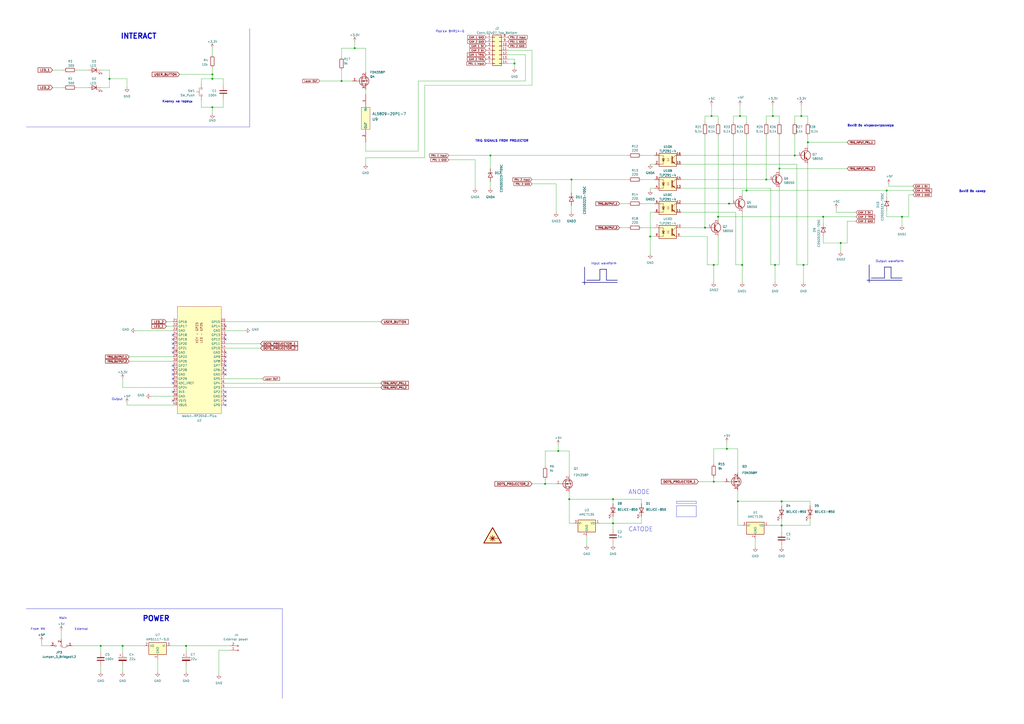
<source format=kicad_sch>
(kicad_sch (version 20230121) (generator eeschema)
  (paper "A2")
  (junction (at 487.68 140.97))
  (junction (at 298.45 36.83))
  (junction (at 355.6 303.53))
  (junction (at 123.19 43.18))
  (junction (at 427.99 290.83))
  (junction (at 323.85 261.62))
  (junction (at 412.75 67.31))
  (junction (at 107.95 374.65))
  (junction (at 414.02 153.67))
  (junction (at 198.12 46.99))
  (junction (at 461.01 90.17))
  (junction (at 123.19 45.72))
  (junction (at 123.19 62.23))
  (junction (at 468.63 82.55))
  (junction (at 477.52 125.73))
  (junction (at 58.42 374.65))
  (junction (at 416.56 125.73))
  (junction (at 523.24 125.73))
  (junction (at 330.2 289.56))
  (junction (at 466.09 153.67))
  (junction (at 452.12 97.79))
  (junction (at 414.02 279.4))
  (junction (at 433.07 110.49))
  (junction (at 355.6 289.56))
  (junction (at 284.48 90.17))
  (junction (at 453.39 304.8))
  (junction (at 444.5 104.14))
  (junction (at 316.23 280.67))
  (junction (at 377.19 137.16))
  (junction (at 464.82 67.31))
  (junction (at 205.74 27.94))
  (junction (at 430.53 153.67))
  (junction (at 448.31 67.31))
  (junction (at 63.5 45.72))
  (junction (at 453.39 290.83))
  (junction (at 331.47 104.14))
  (junction (at 71.12 374.65))
  (junction (at 421.64 260.35))
  (junction (at 514.35 110.49))
  (junction (at 422.91 118.11))
  (junction (at 449.58 153.67))
  (junction (at 429.26 67.31))
  (junction (at 408.94 132.08))
  (no_connect (at 100.33 194.31))
  (no_connect (at 130.81 232.41))
  (no_connect (at 100.33 199.39))
  (no_connect (at 100.33 227.33))
  (no_connect (at 130.81 194.31))
  (no_connect (at 130.81 204.47))
  (no_connect (at 100.33 214.63))
  (no_connect (at 100.33 201.93))
  (no_connect (at 130.81 227.33))
  (no_connect (at 100.33 196.85))
  (no_connect (at 100.33 222.25))
  (no_connect (at 130.81 189.23))
  (no_connect (at 100.33 204.47))
  (no_connect (at 130.81 229.87))
  (no_connect (at 130.81 234.95))
  (no_connect (at 130.81 212.09))
  (no_connect (at 130.81 196.85))
  (no_connect (at 100.33 217.17))
  (no_connect (at 130.81 209.55))
  (no_connect (at 130.81 207.01))
  (no_connect (at 100.33 212.09))
  (no_connect (at 130.81 214.63))
  (no_connect (at 100.33 219.71))
  (no_connect (at 100.33 232.41))
  (no_connect (at 130.81 217.17))
  (wire (pts (xy 123.19 62.23) (xy 116.84 62.23)))
  (wire (pts (xy 284.48 105.41) (xy 284.48 109.22)))
  (wire (pts (xy 129.54 62.23) (xy 123.19 62.23)))
  (wire (pts (xy 107.95 386.08) (xy 107.95 389.89)))
  (polyline (pts (xy 15.24 73.66) (xy 144.78 73.66)))
  (wire (pts (xy 433.07 67.31) (xy 433.07 71.12)))
  (wire (pts (xy 453.39 304.8) (xy 453.39 308.61)))
  (wire (pts (xy 464.82 67.31) (xy 468.63 67.31)))
  (wire (pts (xy 304.8 31.75) (xy 304.8 46.99)))
  (wire (pts (xy 242.57 46.99) (xy 304.8 46.99)))
  (wire (pts (xy 514.35 121.92) (xy 514.35 125.73)))
  (wire (pts (xy 127 377.19) (xy 127 391.16)))
  (wire (pts (xy 453.39 304.8) (xy 453.39 300.99)))
  (polyline (pts (xy 392.43 293.37) (xy 403.86 293.37)))
  (wire (pts (xy 449.58 153.67) (xy 452.12 153.67)))
  (wire (pts (xy 448.31 67.31) (xy 452.12 67.31)))
  (wire (pts (xy 308.61 104.14) (xy 331.47 104.14)))
  (wire (pts (xy 408.94 71.12) (xy 408.94 67.31)))
  (wire (pts (xy 74.93 209.55) (xy 100.33 209.55)))
  (wire (pts (xy 444.5 71.12) (xy 444.5 67.31)))
  (wire (pts (xy 123.19 45.72) (xy 116.84 45.72)))
  (wire (pts (xy 294.64 36.83) (xy 298.45 36.83)))
  (wire (pts (xy 429.26 60.96) (xy 429.26 67.31)))
  (wire (pts (xy 73.66 234.95) (xy 73.66 233.68)))
  (wire (pts (xy 461.01 78.74) (xy 461.01 90.17)))
  (wire (pts (xy 323.85 261.62) (xy 330.2 261.62)))
  (wire (pts (xy 74.93 207.01) (xy 100.33 207.01)))
  (bus (pts (xy 351.79 162.56) (xy 358.14 162.56)))
  (wire (pts (xy 212.09 27.94) (xy 212.09 41.91)))
  (wire (pts (xy 35.56 365.76) (xy 35.56 370.84)))
  (wire (pts (xy 284.48 90.17) (xy 364.49 90.17)))
  (wire (pts (xy 100.33 224.79) (xy 71.12 224.79)))
  (wire (pts (xy 452.12 78.74) (xy 452.12 97.79)))
  (bus (pts (xy 516.89 161.29) (xy 523.24 161.29)))
  (wire (pts (xy 205.74 24.13) (xy 205.74 27.94)))
  (wire (pts (xy 100.33 234.95) (xy 73.66 234.95)))
  (wire (pts (xy 58.42 374.65) (xy 58.42 378.46)))
  (bus (pts (xy 505.46 161.29) (xy 513.08 161.29)))
  (wire (pts (xy 466.09 153.67) (xy 468.63 153.67)))
  (wire (pts (xy 308.61 280.67) (xy 316.23 280.67)))
  (wire (pts (xy 198.12 33.02) (xy 198.12 27.94)))
  (wire (pts (xy 416.56 125.73) (xy 477.52 125.73)))
  (polyline (pts (xy 392.43 292.1) (xy 392.43 290.83)))
  (polyline (pts (xy 392.43 299.72) (xy 403.86 299.72)))
  (wire (pts (xy 308.61 29.21) (xy 308.61 49.53)))
  (wire (pts (xy 152.4 219.71) (xy 130.81 219.71)))
  (wire (pts (xy 355.6 289.56) (xy 372.11 289.56)))
  (wire (pts (xy 298.45 34.29) (xy 298.45 36.83)))
  (wire (pts (xy 466.09 153.67) (xy 466.09 163.83)))
  (wire (pts (xy 491.49 128.27) (xy 496.57 128.27)))
  (wire (pts (xy 151.13 201.93) (xy 130.81 201.93)))
  (wire (pts (xy 372.11 118.11) (xy 379.73 118.11)))
  (wire (pts (xy 453.39 293.37) (xy 453.39 290.83)))
  (wire (pts (xy 394.97 137.16) (xy 410.21 137.16)))
  (wire (pts (xy 359.41 132.08) (xy 364.49 132.08)))
  (wire (pts (xy 410.21 153.67) (xy 414.02 153.67)))
  (wire (pts (xy 246.38 91.44) (xy 246.38 49.53)))
  (wire (pts (xy 514.35 110.49) (xy 514.35 114.3)))
  (wire (pts (xy 298.45 36.83) (xy 298.45 39.37)))
  (wire (pts (xy 41.91 374.65) (xy 58.42 374.65)))
  (wire (pts (xy 430.53 153.67) (xy 430.53 163.83)))
  (wire (pts (xy 73.66 45.72) (xy 73.66 50.8)))
  (wire (pts (xy 304.8 31.75) (xy 294.64 31.75)))
  (wire (pts (xy 107.95 374.65) (xy 133.35 374.65)))
  (polyline (pts (xy 403.86 290.83) (xy 403.86 292.1)))
  (wire (pts (xy 71.12 386.08) (xy 71.12 389.89)))
  (wire (pts (xy 71.12 374.65) (xy 71.12 378.46)))
  (wire (pts (xy 514.35 110.49) (xy 529.59 110.49)))
  (wire (pts (xy 63.5 50.8) (xy 58.42 50.8)))
  (polyline (pts (xy 144.78 16.51) (xy 144.78 73.66)))
  (wire (pts (xy 477.52 140.97) (xy 487.68 140.97)))
  (wire (pts (xy 331.47 104.14) (xy 331.47 111.76)))
  (bus (pts (xy 339.09 154.94) (xy 339.09 165.1)))
  (wire (pts (xy 529.59 113.03) (xy 527.05 113.03)))
  (wire (pts (xy 408.94 132.08) (xy 394.97 132.08)))
  (wire (pts (xy 444.5 78.74) (xy 444.5 104.14)))
  (bus (pts (xy 347.98 156.21) (xy 351.79 156.21)))
  (wire (pts (xy 427.99 304.8) (xy 430.53 304.8)))
  (wire (pts (xy 242.57 87.63) (xy 242.57 46.99)))
  (wire (pts (xy 430.53 153.67) (xy 426.72 153.67)))
  (wire (pts (xy 322.58 106.68) (xy 322.58 123.19)))
  (wire (pts (xy 246.38 49.53) (xy 308.61 49.53)))
  (wire (pts (xy 394.97 90.17) (xy 461.01 90.17)))
  (wire (pts (xy 130.81 222.25) (xy 220.98 222.25)))
  (wire (pts (xy 50.8 40.64) (xy 44.45 40.64)))
  (wire (pts (xy 50.8 50.8) (xy 44.45 50.8)))
  (wire (pts (xy 377.19 109.22) (xy 379.73 109.22)))
  (wire (pts (xy 212.09 54.61) (xy 212.09 52.07)))
  (wire (pts (xy 477.52 125.73) (xy 496.57 125.73)))
  (wire (pts (xy 426.72 123.19) (xy 426.72 153.67)))
  (wire (pts (xy 453.39 317.5) (xy 453.39 316.23)))
  (wire (pts (xy 355.6 303.53) (xy 372.11 303.53)))
  (wire (pts (xy 36.83 50.8) (xy 30.48 50.8)))
  (wire (pts (xy 372.11 303.53) (xy 372.11 299.72)))
  (wire (pts (xy 123.19 27.94) (xy 123.19 31.75)))
  (wire (pts (xy 58.42 374.65) (xy 71.12 374.65)))
  (wire (pts (xy 427.99 260.35) (xy 427.99 274.32)))
  (wire (pts (xy 220.98 224.79) (xy 130.81 224.79)))
  (wire (pts (xy 294.64 34.29) (xy 298.45 34.29)))
  (wire (pts (xy 433.07 110.49) (xy 514.35 110.49)))
  (wire (pts (xy 448.31 60.96) (xy 448.31 67.31)))
  (wire (pts (xy 447.04 153.67) (xy 449.58 153.67)))
  (wire (pts (xy 469.9 290.83) (xy 469.9 293.37)))
  (wire (pts (xy 123.19 43.18) (xy 123.19 45.72)))
  (wire (pts (xy 523.24 125.73) (xy 527.05 125.73)))
  (wire (pts (xy 469.9 304.8) (xy 469.9 300.99)))
  (wire (pts (xy 331.47 104.14) (xy 364.49 104.14)))
  (wire (pts (xy 73.66 45.72) (xy 63.5 45.72)))
  (wire (pts (xy 405.13 279.4) (xy 414.02 279.4)))
  (wire (pts (xy 477.52 125.73) (xy 477.52 129.54)))
  (wire (pts (xy 100.33 191.77) (xy 78.74 191.77)))
  (wire (pts (xy 96.52 189.23) (xy 100.33 189.23)))
  (bus (pts (xy 340.36 162.56) (xy 347.98 162.56)))
  (wire (pts (xy 355.6 303.53) (xy 355.6 307.34)))
  (wire (pts (xy 477.52 137.16) (xy 477.52 140.97)))
  (wire (pts (xy 100.33 229.87) (xy 87.63 229.87)))
  (wire (pts (xy 485.14 120.65) (xy 485.14 123.19)))
  (wire (pts (xy 355.6 316.23) (xy 355.6 314.96)))
  (wire (pts (xy 412.75 60.96) (xy 412.75 67.31)))
  (wire (pts (xy 372.11 90.17) (xy 379.73 90.17)))
  (wire (pts (xy 142.24 191.77) (xy 130.81 191.77)))
  (wire (pts (xy 414.02 153.67) (xy 416.56 153.67)))
  (wire (pts (xy 416.56 125.73) (xy 416.56 127)))
  (wire (pts (xy 322.58 106.68) (xy 308.61 106.68)))
  (wire (pts (xy 430.53 110.49) (xy 433.07 110.49)))
  (wire (pts (xy 129.54 45.72) (xy 123.19 45.72)))
  (wire (pts (xy 414.02 269.24) (xy 414.02 260.35)))
  (wire (pts (xy 331.47 119.38) (xy 331.47 123.19)))
  (wire (pts (xy 421.64 256.54) (xy 421.64 260.35)))
  (wire (pts (xy 220.98 186.69) (xy 130.81 186.69)))
  (wire (pts (xy 462.28 153.67) (xy 466.09 153.67)))
  (bus (pts (xy 502.92 162.56) (xy 523.24 162.56)))
  (wire (pts (xy 377.19 137.16) (xy 377.19 147.32)))
  (wire (pts (xy 468.63 82.55) (xy 468.63 85.09)))
  (wire (pts (xy 330.2 285.75) (xy 330.2 289.56)))
  (wire (pts (xy 468.63 82.55) (xy 491.49 82.55)))
  (bus (pts (xy 513.08 154.94) (xy 516.89 154.94)))
  (bus (pts (xy 351.79 156.21) (xy 351.79 162.56)))
  (wire (pts (xy 330.2 261.62) (xy 330.2 275.59)))
  (wire (pts (xy 133.35 377.19) (xy 127 377.19)))
  (wire (pts (xy 433.07 78.74) (xy 433.07 110.49)))
  (wire (pts (xy 408.94 78.74) (xy 408.94 132.08)))
  (wire (pts (xy 427.99 290.83) (xy 427.99 304.8)))
  (wire (pts (xy 294.64 29.21) (xy 308.61 29.21)))
  (wire (pts (xy 462.28 95.25) (xy 462.28 153.67)))
  (wire (pts (xy 420.37 279.4) (xy 414.02 279.4)))
  (wire (pts (xy 416.56 137.16) (xy 416.56 153.67)))
  (wire (pts (xy 198.12 46.99) (xy 198.12 40.64)))
  (wire (pts (xy 453.39 290.83) (xy 469.9 290.83)))
  (wire (pts (xy 377.19 123.19) (xy 377.19 137.16)))
  (wire (pts (xy 322.58 280.67) (xy 316.23 280.67)))
  (wire (pts (xy 58.42 386.08) (xy 58.42 389.89)))
  (wire (pts (xy 330.2 289.56) (xy 330.2 303.53)))
  (wire (pts (xy 63.5 50.8) (xy 63.5 45.72)))
  (wire (pts (xy 394.97 123.19) (xy 426.72 123.19)))
  (wire (pts (xy 63.5 45.72) (xy 63.5 40.64)))
  (wire (pts (xy 96.52 186.69) (xy 100.33 186.69)))
  (wire (pts (xy 123.19 62.23) (xy 123.19 66.04)))
  (wire (pts (xy 379.73 95.25) (xy 377.19 95.25)))
  (wire (pts (xy 452.12 67.31) (xy 452.12 71.12)))
  (wire (pts (xy 107.95 374.65) (xy 107.95 378.46)))
  (wire (pts (xy 260.35 90.17) (xy 284.48 90.17)))
  (wire (pts (xy 429.26 67.31) (xy 433.07 67.31)))
  (wire (pts (xy 425.45 78.74) (xy 425.45 118.11)))
  (wire (pts (xy 355.6 292.1) (xy 355.6 289.56)))
  (wire (pts (xy 212.09 91.44) (xy 246.38 91.44)))
  (wire (pts (xy 394.97 95.25) (xy 462.28 95.25)))
  (wire (pts (xy 414.02 279.4) (xy 414.02 276.86)))
  (wire (pts (xy 123.19 39.37) (xy 123.19 43.18)))
  (wire (pts (xy 514.35 125.73) (xy 523.24 125.73)))
  (wire (pts (xy 394.97 109.22) (xy 447.04 109.22)))
  (wire (pts (xy 212.09 87.63) (xy 242.57 87.63)))
  (wire (pts (xy 372.11 289.56) (xy 372.11 292.1)))
  (wire (pts (xy 438.15 317.5) (xy 438.15 312.42)))
  (wire (pts (xy 468.63 78.74) (xy 468.63 82.55)))
  (bus (pts (xy 513.08 161.29) (xy 513.08 154.94)))
  (wire (pts (xy 316.23 280.67) (xy 316.23 278.13)))
  (wire (pts (xy 347.98 303.53) (xy 355.6 303.53)))
  (wire (pts (xy 151.13 199.39) (xy 130.81 199.39)))
  (wire (pts (xy 36.83 40.64) (xy 30.48 40.64)))
  (wire (pts (xy 421.64 260.35) (xy 427.99 260.35)))
  (polyline (pts (xy 15.24 353.06) (xy 163.83 353.06)))
  (wire (pts (xy 416.56 78.74) (xy 416.56 125.73)))
  (wire (pts (xy 129.54 49.53) (xy 129.54 45.72)))
  (wire (pts (xy 447.04 109.22) (xy 447.04 153.67)))
  (wire (pts (xy 461.01 71.12) (xy 461.01 67.31)))
  (wire (pts (xy 453.39 304.8) (xy 469.9 304.8)))
  (wire (pts (xy 425.45 71.12) (xy 425.45 67.31)))
  (wire (pts (xy 377.19 109.22) (xy 377.19 110.49)))
  (polyline (pts (xy 392.43 290.83) (xy 403.86 290.83)))
  (bus (pts (xy 516.89 154.94) (xy 516.89 161.29)))
  (wire (pts (xy 71.12 224.79) (xy 71.12 219.71)))
  (wire (pts (xy 185.42 46.99) (xy 198.12 46.99)))
  (wire (pts (xy 414.02 153.67) (xy 414.02 163.83)))
  (wire (pts (xy 408.94 67.31) (xy 412.75 67.31)))
  (polyline (pts (xy 392.43 293.37) (xy 392.43 299.72)))
  (wire (pts (xy 198.12 27.94) (xy 205.74 27.94)))
  (wire (pts (xy 412.75 67.31) (xy 416.56 67.31)))
  (polyline (pts (xy 163.83 353.06) (xy 163.83 405.13)))
  (wire (pts (xy 24.13 374.65) (xy 29.21 374.65)))
  (wire (pts (xy 116.84 62.23) (xy 116.84 58.42)))
  (wire (pts (xy 487.68 140.97) (xy 487.68 146.05)))
  (wire (pts (xy 449.58 153.67) (xy 449.58 163.83)))
  (wire (pts (xy 487.68 140.97) (xy 491.49 140.97)))
  (wire (pts (xy 410.21 137.16) (xy 410.21 153.67)))
  (wire (pts (xy 372.11 132.08) (xy 379.73 132.08)))
  (wire (pts (xy 24.13 372.11) (xy 24.13 374.65)))
  (polyline (pts (xy 392.43 292.1) (xy 403.86 292.1)))
  (wire (pts (xy 491.49 128.27) (xy 491.49 140.97)))
  (wire (pts (xy 377.19 123.19) (xy 379.73 123.19)))
  (wire (pts (xy 416.56 67.31) (xy 416.56 71.12)))
  (wire (pts (xy 205.74 27.94) (xy 212.09 27.94)))
  (wire (pts (xy 425.45 67.31) (xy 429.26 67.31)))
  (wire (pts (xy 330.2 303.53) (xy 332.74 303.53)))
  (bus (pts (xy 347.98 162.56) (xy 347.98 156.21)))
  (wire (pts (xy 99.06 374.65) (xy 107.95 374.65)))
  (wire (pts (xy 212.09 82.55) (xy 212.09 87.63)))
  (wire (pts (xy 91.44 389.89) (xy 91.44 382.27)))
  (wire (pts (xy 340.36 316.23) (xy 340.36 311.15)))
  (wire (pts (xy 204.47 46.99) (xy 198.12 46.99)))
  (wire (pts (xy 523.24 125.73) (xy 523.24 130.81)))
  (wire (pts (xy 414.02 260.35) (xy 421.64 260.35)))
  (wire (pts (xy 527.05 113.03) (xy 527.05 125.73)))
  (wire (pts (xy 461.01 67.31) (xy 464.82 67.31)))
  (wire (pts (xy 316.23 261.62) (xy 323.85 261.62)))
  (wire (pts (xy 63.5 40.64) (xy 58.42 40.64)))
  (wire (pts (xy 355.6 289.56) (xy 330.2 289.56)))
  (wire (pts (xy 468.63 67.31) (xy 468.63 71.12)))
  (wire (pts (xy 116.84 45.72) (xy 116.84 48.26)))
  (wire (pts (xy 445.77 304.8) (xy 453.39 304.8)))
  (wire (pts (xy 468.63 153.67) (xy 468.63 95.25)))
  (wire (pts (xy 359.41 118.11) (xy 364.49 118.11)))
  (wire (pts (xy 452.12 153.67) (xy 452.12 109.22)))
  (wire (pts (xy 212.09 91.44) (xy 212.09 95.25)))
  (wire (pts (xy 464.82 60.96) (xy 464.82 67.31)))
  (wire (pts (xy 284.48 90.17) (xy 284.48 97.79)))
  (wire (pts (xy 123.19 43.18) (xy 104.14 43.18)))
  (wire (pts (xy 71.12 374.65) (xy 83.82 374.65)))
  (wire (pts (xy 377.19 137.16) (xy 379.73 137.16)))
  (wire (pts (xy 452.12 97.79) (xy 491.49 97.79)))
  (wire (pts (xy 275.59 92.71) (xy 275.59 109.22)))
  (wire (pts (xy 394.97 104.14) (xy 444.5 104.14)))
  (wire (pts (xy 394.97 118.11) (xy 422.91 118.11)))
  (wire (pts (xy 444.5 67.31) (xy 448.31 67.31)))
  (wire (pts (xy 452.12 97.79) (xy 452.12 99.06)))
  (wire (pts (xy 275.59 92.71) (xy 260.35 92.71)))
  (wire (pts (xy 323.85 257.81) (xy 323.85 261.62)))
  (wire (pts (xy 427.99 284.48) (xy 427.99 290.83)))
  (bus (pts (xy 504.19 153.67) (xy 504.19 163.83)))
  (wire (pts (xy 430.53 110.49) (xy 430.53 113.03)))
  (wire (pts (xy 515.62 107.95) (xy 529.59 107.95)))
  (wire (pts (xy 422.91 118.11) (xy 425.45 118.11)))
  (polyline (pts (xy 403.86 299.72) (xy 403.86 293.37)))
  (wire (pts (xy 372.11 104.14) (xy 379.73 104.14)))
  (wire (pts (xy 430.53 123.19) (xy 430.53 153.67)))
  (wire (pts (xy 129.54 57.15) (xy 129.54 62.23)))
  (wire (pts (xy 485.14 123.19) (xy 496.57 123.19)))
  (wire (pts (xy 453.39 290.83) (xy 427.99 290.83)))
  (wire (pts (xy 316.23 270.51) (xy 316.23 261.62)))
  (wire (pts (xy 355.6 303.53) (xy 355.6 299.72)))
  (wire (pts (xy 515.62 106.68) (xy 515.62 107.95)))
  (bus (pts (xy 337.82 163.83) (xy 358.14 163.83)))
  (text "Output waveform" (at 508 152.4 0) (effects (font (size 1.27 1.27)) (justify left bottom)))
  (text "Input waveform" (at 342.9 153.67 0) (effects (font (size 1.27 1.27)) (justify left bottom)))
  (text "External" (at 43.18 365.76 0) (effects (font (size 1.27 1.27)) (justify left bottom)))
  (text "Output" (at 64.77 232.41 0) (effects (font (size 1.27 1.27)) (justify left bottom)))
  (text "Вихід до камер" (at 556.26 111.76 0) (effects (font (size 1.27 1.27) (thickness 0.254) bold) (justify left bottom)))
  (text "\n" (at 350.52 283.21 0) (effects (font (size 4 4) (thickness 0.254) bold) (justify left bottom)))
  (text "TRIG SIGNALS FROM PROJECTOR" (at 275.59 82.55 0) (effects (font (size 1.27 1.27) (thickness 0.254) bold) (justify left bottom)))
  (text "POWER" (at 82.55 360.68 0) (effects (font (size 3 3) (thickness 0.6) bold) (justify left bottom)))
  (text "INTERACT" (at 69.85 22.86 0) (effects (font (size 3 3) (thickness 0.6) bold) (justify left bottom)))
  (text "ANODE" (at 364.49 287.02 0) (effects (font (size 2.54 2.54)) (justify left bottom)))
  (text "Кнопку на торець" (at 111.76 59.69 0) (effects (font (size 1.27 1.27) (thickness 0.254) bold) (justify right bottom)))
  (text "Роз'єм BHR14-G" (at 252.73 19.05 0) (effects (font (size 1.27 1.27)) (justify left bottom)))
  (text "From MK" (at 17.78 365.76 0) (effects (font (size 1.27 1.27)) (justify left bottom)))
  (text "Вихід до мікроконтроллера" (at 491.49 73.66 0) (effects (font (size 1.27 1.27) (thickness 0.254) bold) (justify left bottom)))
  (text "CATODE" (at 364.49 308.61 0) (effects (font (size 2.54 2.54)) (justify left bottom)))
  (text "Main" (at 34.29 359.41 0) (effects (font (size 1.27 1.27)) (justify left bottom)))
  (global_label "CAM 2 5V" (shape input) (at 281.94 29.21 180) (effects (font (size 1 1) (thickness 0.2) bold)) (property "Intersheetrefs" "${INTERSHEET_REFS}" (effects hide)))
  (global_label "PRJ 2 GND" (shape input) (at 294.64 26.67 0) (effects (font (size 1 1) (thickness 0.2) bold)) (property "Intersheetrefs" "${INTERSHEET_REFS}" (effects hide)))
  (global_label "DOTS_PROJECTOR_2" (shape input) (at 308.61 280.67 180) (effects (font (thickness 0.254) bold)) (property "Intersheetrefs" "${INTERSHEET_REFS}" (effects hide)))
  (global_label "CAM 1 5V" (shape input) (at 281.94 26.67 180) (effects (font (size 1 1) (thickness 0.2) bold)) (property "Intersheetrefs" "${INTERSHEET_REFS}" (effects hide)))
  (global_label "CAM 1 GND" (shape input) (at 529.59 113.03 0) (effects (font (size 1 1) (thickness 0.2) bold)) (property "Intersheetrefs" "${INTERSHEET_REFS}" (effects hide)))
  (global_label "CAM 2 TRIG" (shape input) (at 496.57 125.73 0) (effects (font (size 1 1) (thickness 0.2) bold)) (property "Intersheetrefs" "${INTERSHEET_REFS}" (effects hide)))
  (global_label "CAM 1 TRIG" (shape input) (at 281.94 31.75 180) (effects (font (size 1 1) (thickness 0.2) bold)) (property "Intersheetrefs" "${INTERSHEET_REFS}" (effects hide)))
  (global_label "TRIG_OUTPUT_1" (shape input) (at 359.41 118.11 180) (effects (font (size 1 1) (thickness 0.254) bold)) (property "Intersheetrefs" "${INTERSHEET_REFS}" (effects hide)))
  (global_label "Lazer OUT" (shape input) (at 185.42 46.99 180) (effects (font (size 1 1) (thickness 0.2) bold)) (property "Intersheetrefs" "${INTERSHEET_REFS}" (effects hide)))
  (global_label "PRJ 1 GND" (shape input) (at 294.64 24.13 0) (effects (font (size 1 1) (thickness 0.2) bold)) (property "Intersheetrefs" "${INTERSHEET_REFS}" (effects hide)))
  (global_label "DOTS_PROJECTOR_1" (shape input) (at 405.13 279.4 180) (effects (font (thickness 0.254) bold)) (property "Intersheetrefs" "${INTERSHEET_REFS}" (effects hide)))
  (global_label "PRJ 2 Input" (shape input) (at 294.64 21.59 0) (effects (font (size 1 1) (thickness 0.2) bold)) (property "Intersheetrefs" "${INTERSHEET_REFS}" (effects hide)))
  (global_label "CAM 1 GND" (shape input) (at 281.94 21.59 180) (effects (font (size 1 1) (thickness 0.2) bold)) (property "Intersheetrefs" "${INTERSHEET_REFS}" (effects hide)))
  (global_label "CAM 2 5V" (shape input) (at 496.57 123.19 0) (effects (font (size 1 1) (thickness 0.2) bold)) (property "Intersheetrefs" "${INTERSHEET_REFS}" (effects hide)))
  (global_label "PRJ 1 Input" (shape input) (at 281.94 36.83 180) (effects (font (size 1 1) (thickness 0.2) bold)) (property "Intersheetrefs" "${INTERSHEET_REFS}" (effects hide)))
  (global_label "Lazer OUT" (shape input) (at 152.4 219.71 0) (effects (font (size 1 1) (thickness 0.2) bold)) (property "Intersheetrefs" "${INTERSHEET_REFS}" (effects hide)))
  (global_label "CAM 1 5V" (shape input) (at 529.59 107.95 0) (effects (font (size 1 1) (thickness 0.2) bold)) (property "Intersheetrefs" "${INTERSHEET_REFS}" (effects hide)))
  (global_label "TRIG_INPUT_PRJ_2" (shape input) (at 220.98 224.79 0) (effects (font (size 1 1) (thickness 0.254) bold)) (property "Intersheetrefs" "${INTERSHEET_REFS}" (effects hide)))
  (global_label "TRIG_INPUT_PRJ_1" (shape input) (at 491.49 82.55 0) (effects (font (size 1 1) (thickness 0.254) bold)) (property "Intersheetrefs" "${INTERSHEET_REFS}" (effects hide)))
  (global_label "LED_1" (shape input) (at 30.48 40.64 180) (effects (font (thickness 0.254) bold)) (property "Intersheetrefs" "${INTERSHEET_REFS}" (effects hide)))
  (global_label "TRIG_INPUT_PRJ_2" (shape input) (at 491.49 97.79 0) (effects (font (size 1 1) (thickness 0.254) bold)) (property "Intersheetrefs" "${INTERSHEET_REFS}" (effects hide)))
  (global_label "PRJ 1 Input" (shape input) (at 260.35 90.17 180) (effects (font (size 1 1) (thickness 0.2) bold)) (property "Intersheetrefs" "${INTERSHEET_REFS}" (effects hide)))
  (global_label "PRJ 2 Input" (shape input) (at 308.61 104.14 180) (effects (font (size 1 1) (thickness 0.2) bold)) (property "Intersheetrefs" "${INTERSHEET_REFS}" (effects hide)))
  (global_label "DOTS_PROJECTOR_2" (shape input) (at 151.13 201.93 0) (effects (font (thickness 0.254) bold)) (property "Intersheetrefs" "${INTERSHEET_REFS}" (effects hide)))
  (global_label "TRIG_OUTPUT_1" (shape input) (at 74.93 207.01 180) (effects (font (size 1 1) (thickness 0.254) bold)) (property "Intersheetrefs" "${INTERSHEET_REFS}" (effects hide)))
  (global_label "TRIG_INPUT_PRJ_1" (shape input) (at 220.98 222.25 0) (effects (font (size 1 1) (thickness 0.254) bold)) (property "Intersheetrefs" "${INTERSHEET_REFS}" (effects hide)))
  (global_label "TRIG_OUTPUT_2" (shape input) (at 359.41 132.08 180) (effects (font (size 1 1) (thickness 0.254) bold)) (property "Intersheetrefs" "${INTERSHEET_REFS}" (effects hide)))
  (global_label "TRIG_OUTPUT_2" (shape input) (at 74.93 209.55 180) (effects (font (size 1 1) (thickness 0.254) bold)) (property "Intersheetrefs" "${INTERSHEET_REFS}" (effects hide)))
  (global_label "CAM 2 TRIG" (shape input) (at 281.94 34.29 180) (effects (font (size 1 1) (thickness 0.2) bold)) (property "Intersheetrefs" "${INTERSHEET_REFS}" (effects hide)))
  (global_label "DOTS_PROJECTOR_1" (shape input) (at 151.13 199.39 0) (effects (font (thickness 0.254) bold)) (property "Intersheetrefs" "${INTERSHEET_REFS}" (effects hide)))
  (global_label "CAM 2 GND" (shape input) (at 281.94 24.13 180) (effects (font (size 1 1) (thickness 0.2) bold)) (property "Intersheetrefs" "${INTERSHEET_REFS}" (effects hide)))
  (global_label "CAM 1 TRIG" (shape input) (at 529.59 110.49 0) (effects (font (size 1 1) (thickness 0.2) bold)) (property "Intersheetrefs" "${INTERSHEET_REFS}" (effects hide)))
  (global_label "USER_BUTTON" (shape input) (at 104.14 43.18 180) (effects (font (thickness 0.254) bold)) (property "Intersheetrefs" "${INTERSHEET_REFS}" (effects hide)))
  (global_label "USER_BUTTON" (shape input) (at 220.98 186.69 0) (effects (font (thickness 0.254) bold)) (property "Intersheetrefs" "${INTERSHEET_REFS}" (effects hide)))
  (global_label "PRJ 2 GND" (shape input) (at 308.61 106.68 180) (effects (font (size 1 1) (thickness 0.2) bold)) (property "Intersheetrefs" "${INTERSHEET_REFS}" (effects hide)))
  (global_label "LED_1" (shape input) (at 96.52 189.23 180) (effects (font (thickness 0.254) bold)) (property "Intersheetrefs" "${INTERSHEET_REFS}" (effects hide)))
  (global_label "PRJ 1 GND" (shape input) (at 260.35 92.71 180) (effects (font (size 1 1) (thickness 0.2) bold)) (property "Intersheetrefs" "${INTERSHEET_REFS}" (effects hide)))
  (global_label "LED_2" (shape input) (at 30.48 50.8 180) (effects (font (thickness 0.254) bold)) (property "Intersheetrefs" "${INTERSHEET_REFS}" (effects hide)))
  (global_label "CAM 2 GND" (shape input) (at 496.57 128.27 0) (effects (font (size 1 1) (thickness 0.2) bold)) (property "Intersheetrefs" "${INTERSHEET_REFS}" (effects hide)))
  (global_label "LED_2" (shape input) (at 96.52 186.69 180) (effects (font (thickness 0.254) bold)) (property "Intersheetrefs" "${INTERSHEET_REFS}" (effects hide)))
  (symbol (lib_id "power:GND2") (at 487.68 146.05 0) (unit 1)
    (property "Reference" "#PWR058" (effects hide))
    (property "Value" "GND2" (at 487.807 150.4442 0))
  )
  (symbol (lib_id "power:+3.3V") (at 205.74 24.13 0) (mirror y) (unit 1)
    (property "Reference" "#PWR015" (effects hide))
    (property "Value" "+3.3V" (at 205.74 20.32 0))
  )
  (symbol (lib_id "power:GND") (at 87.63 229.87 270) (unit 1)
    (property "Reference" "#PWR09" (effects hide))
    (property "Value" "GND" (at 83.82 229.235 90) (effects (justify right)))
  )
  (symbol (lib_id "Device:R") (at 368.3 132.08 270) (unit 1)
    (property "Reference" "R18" (at 368.3 126.8222 90))
    (property "Value" "220" (at 368.3 129.1336 90))
    (property "Footprint" "Resistor_SMD:R_0603_1608Metric_Pad0.98x0.95mm_HandSolder" (effects hide))
  )
  (symbol (lib_id "power:GND") (at 127 391.16 0) (unit 1)
    (property "Reference" "#PWR042" (effects hide))
    (property "Value" "GND" (at 127 396.24 0))
  )
  (symbol (lib_id "power:+5P") (at 73.66 233.68 0) (unit 1)
    (property "Reference" "#PWR040" (effects hide))
    (property "Value" "+5P" (at 73.66 229.87 0))
  )
  (symbol (lib_id "power:GND") (at 438.15 317.5 0) (mirror y) (unit 1)
    (property "Reference" "#PWR05" (effects hide))
    (property "Value" "GND" (at 438.15 322.58 0))
  )
  (symbol (lib_id "Transistor_BJT:BC817") (at 449.58 104.14 0) (unit 1)
    (property "Reference" "Q6" (at 454.66 103.505 0) (effects (justify left)))
    (property "Value" "S8050" (at 454.66 106.045 0) (effects (justify left)))
    (property "Footprint" "Package_TO_SOT_SMD:SOT-23" (effects hide))
    (property "Datasheet" "https://www.onsemi.com/pub/Collateral/BC818-D.pdf" (effects hide))
  )
  (symbol (lib_id "power:GND") (at 73.66 50.8 0) (mirror y) (unit 1)
    (property "Reference" "#PWR02" (effects hide))
    (property "Value" "GND" (at 73.66 55.88 0))
  )
  (symbol (lib_id "power:+5V") (at 421.64 256.54 0) (mirror y) (unit 1)
    (property "Reference" "#PWR03" (effects hide))
    (property "Value" "+5V" (at 421.64 252.73 0))
  )
  (symbol (lib_id "Device:C") (at 355.6 311.15 0) (unit 1)
    (property "Reference" "C2" (at 358.14 308.61 0) (effects (justify left)))
    (property "Value" "1u" (at 358.14 311.15 0) (effects (justify left)))
    (property "Footprint" "Capacitor_SMD:C_0603_1608Metric_Pad1.08x0.95mm_HandSolder" (effects hide))
  )
  (symbol (lib_id "power:+5F") (at 429.26 60.96 0) (unit 1)
    (property "Reference" "#PWR074" (effects hide))
    (property "Value" "+5F" (at 429.641 56.5658 0))
  )
  (symbol (lib_id "WeAct-RP2040-Pico:WeAct-RP2040-Pico") (at 115.57 219.71 180) (unit 1)
    (property "Reference" "U2" (at 115.57 243.84 0))
    (property "Value" "WeAct-RP2040-Pico" (at 115.57 241.3 0))
    (property "Footprint" "WeAct-RP2040-Pico:WeAct-RP2040-Pico" (effects hide))
    (property "Datasheet" "https://github.com/WeActStudio/WeActStudio.RP2040CoreBoard/tree/master" (effects hide))
  )
  (symbol (lib_id "Isolator:TLP291-4") (at 387.35 106.68 0) (unit 2)
    (property "Reference" "U10" (at 387.35 99.06 0))
    (property "Value" "TLP291-4" (at 387.35 101.6 0))
    (property "Footprint" "Package_SO:SOIC-16_4.55x10.3mm_P1.27mm" (effects hide))
    (property "Datasheet" "https://toshiba.semicon-storage.com/info/docget.jsp?did=12858&prodName=TLP291-4" (effects hide))
  )
  (symbol (lib_id "Device:LED") (at 54.61 50.8 0) (mirror y) (unit 1)
    (property "Reference" "D2" (at 55.88 45.72 0) (effects (justify left)))
    (property "Value" "LED" (at 55.88 48.26 0) (effects (justify left)))
    (property "Footprint" "LED_SMD:LED_0603_1608Metric_Pad1.05x0.95mm_HandSolder" (effects hide))
  )
  (symbol (lib_id "power:GND3") (at 322.58 123.19 0) (unit 1)
    (property "Reference" "#PWR072" (effects hide))
    (property "Value" "GND3" (at 322.58 128.27 0))
  )
  (symbol (lib_id "power:+5C") (at 485.14 120.65 0) (unit 1)
    (property "Reference" "#PWR057" (effects hide))
    (property "Value" "+5C" (at 485.14 116.84 0))
  )
  (symbol (lib_id "power:+3.3V") (at 123.19 27.94 0) (mirror y) (unit 1)
    (property "Reference" "#PWR04" (effects hide))
    (property "Value" "+3.3V" (at 123.19 24.13 0))
  )
  (symbol (lib_id "power:GND") (at 142.24 191.77 90) (unit 1)
    (property "Reference" "#PWR08" (effects hide))
    (property "Value" "GND" (at 146.05 191.135 90) (effects (justify right)))
  )
  (symbol (lib_id "Device:C_Polarized") (at 107.95 382.27 0) (unit 1)
    (property "Reference" "C7" (at 110.49 379.73 0) (effects (justify left)))
    (property "Value" "22u" (at 110.49 382.27 0) (effects (justify left)))
    (property "Footprint" "Capacitor_SMD:C_1206_3216Metric" (effects hide))
  )
  (symbol (lib_id "Device:R") (at 316.23 274.32 0) (mirror x) (unit 1)
    (property "Reference" "R6" (at 318.77 270.51 0) (effects (justify left)))
    (property "Value" "9k" (at 318.77 273.05 0) (effects (justify left)))
    (property "Footprint" "Resistor_SMD:R_0603_1608Metric_Pad0.98x0.95mm_HandSolder" (effects hide))
  )
  (symbol (lib_id "Device:R") (at 444.5 74.93 180) (unit 1)
    (property "Reference" "R25" (at 440.69 73.66 0))
    (property "Value" "5.1k" (at 440.69 76.2 0))
    (property "Footprint" "Resistor_SMD:R_0603_1608Metric_Pad0.98x0.95mm_HandSolder" (effects hide))
  )
  (symbol (lib_id "Device:R") (at 468.63 74.93 180) (unit 1)
    (property "Reference" "R28" (at 471.17 73.66 0))
    (property "Value" "5.1k" (at 472.44 76.2 0))
    (property "Footprint" "Resistor_SMD:R_0603_1608Metric_Pad0.98x0.95mm_HandSolder" (effects hide))
  )
  (symbol (lib_id "Device:R") (at 198.12 36.83 0) (mirror x) (unit 1)
    (property "Reference" "R17" (at 199.39 34.29 0) (effects (justify left)))
    (property "Value" "9k" (at 199.39 36.83 0) (effects (justify left)))
    (property "Footprint" "Resistor_SMD:R_0603_1608Metric_Pad0.98x0.95mm_HandSolder" (effects hide))
  )
  (symbol (lib_id "Graphic:SYM_LASER_Large") (at 285.75 309.88 0) (unit 1) (in_bom no) (on_board no)
    (property "Reference" "#SYM1" (effects hide))
    (property "Value" "SYM_LASER_Large" (effects hide))
    (property "Sim.Enable" "0" (effects hide))
  )
  (symbol (lib_id "Device:R") (at 368.3 90.17 270) (unit 1)
    (property "Reference" "R12" (at 368.3 84.9122 90))
    (property "Value" "220" (at 368.3 87.2236 90))
    (property "Footprint" "Resistor_SMD:R_0603_1608Metric_Pad0.98x0.95mm_HandSolder" (effects hide))
  )
  (symbol (lib_id "Diode:1N62xxA") (at 477.52 133.35 270) (unit 1)
    (property "Reference" "D9" (at 472.44 132.08 0) (effects (justify left)))
    (property "Value" "CDSOD323-T05C" (at 474.98 127 0) (effects (justify left)))
    (property "Footprint" "Diode_SMD:D_SOD-323_HandSoldering" (effects hide))
    (property "Datasheet" "https://www.vishay.com/docs/88301/15ke.pdf" (effects hide))
  )
  (symbol (lib_id "power:+5C") (at 412.75 60.96 0) (unit 1)
    (property "Reference" "#PWR065" (effects hide))
    (property "Value" "+5C" (at 412.75 57.15 0))
  )
  (symbol (lib_id "power:GND3") (at 377.19 110.49 0) (unit 1)
    (property "Reference" "#PWR075" (effects hide))
    (property "Value" "GND3" (at 377.19 115.57 0))
  )
  (symbol (lib_id "power:GND3") (at 331.47 123.19 0) (unit 1)
    (property "Reference" "#PWR073" (effects hide))
    (property "Value" "GND3" (at 331.47 128.27 0))
  )
  (symbol (lib_id "power:+5V") (at 323.85 257.81 0) (mirror y) (unit 1)
    (property "Reference" "#PWR032" (effects hide))
    (property "Value" "+5V" (at 323.85 254 0))
  )
  (symbol (lib_id "Device:R") (at 123.19 35.56 0) (mirror y) (unit 1)
    (property "Reference" "R4" (at 120.65 34.925 0) (effects (justify left)))
    (property "Value" "10k" (at 120.65 37.465 0) (effects (justify left)))
    (property "Footprint" "Resistor_SMD:R_0603_1608Metric_Pad0.98x0.95mm_HandSolder" (effects hide))
  )
  (symbol (lib_id "Regulator_Linear:AP7384-33Y") (at 438.15 304.8 0) (unit 1)
    (property "Reference" "U1" (at 438.15 297.18 0))
    (property "Value" "AMC7135" (at 438.15 299.72 0))
    (property "Footprint" "Package_TO_SOT_SMD:SOT-89-3" (effects hide))
    (property "Datasheet" "https://www.diodes.com/assets/Datasheets/AP7384.pdf" (effects hide))
  )
  (symbol (lib_id "Device:R") (at 452.12 74.93 180) (unit 1)
    (property "Reference" "R26" (at 448.31 73.66 0))
    (property "Value" "5.1k" (at 448.31 76.2 0))
    (property "Footprint" "Resistor_SMD:R_0603_1608Metric_Pad0.98x0.95mm_HandSolder" (effects hide))
  )
  (symbol (lib_id "Device:R") (at 40.64 50.8 270) (mirror x) (unit 1)
    (property "Reference" "R2" (at 39.37 45.72 90) (effects (justify left)))
    (property "Value" "300" (at 39.37 48.26 90) (effects (justify left)))
    (property "Footprint" "Resistor_SMD:R_0603_1608Metric_Pad0.98x0.95mm_HandSolder" (effects hide))
  )
  (symbol (lib_name "GND1_2") (lib_id "power:GND1") (at 430.53 163.83 0) (unit 1)
    (property "Reference" "#PWR068" (effects hide))
    (property "Value" "GND1" (at 430.53 168.91 0))
  )
  (symbol (lib_id "Regulator_Linear:AP7384-33Y") (at 340.36 303.53 0) (unit 1)
    (property "Reference" "U3" (at 340.36 295.91 0))
    (property "Value" "AMC7135" (at 340.36 298.45 0))
    (property "Footprint" "Package_TO_SOT_SMD:SOT-89-3" (effects hide))
    (property "Datasheet" "https://www.diodes.com/assets/Datasheets/AP7384.pdf" (effects hide))
  )
  (symbol (lib_id "power:GND") (at 449.58 163.83 0) (mirror y) (unit 1)
    (property "Reference" "#PWR069" (effects hide))
    (property "Value" "GND" (at 449.58 168.91 0))
  )
  (symbol (lib_id "Transistor_BJT:BC817") (at 414.02 132.08 0) (unit 1)
    (property "Reference" "Q2" (at 419.1 131.445 0) (effects (justify left)))
    (property "Value" "S8050" (at 419.1 133.985 0) (effects (justify left)))
    (property "Footprint" "Package_TO_SOT_SMD:SOT-23" (effects hide))
    (property "Datasheet" "https://www.onsemi.com/pub/Collateral/BC818-D.pdf" (effects hide))
  )
  (symbol (lib_id "power:+3.3V") (at 71.12 219.71 0) (unit 1)
    (property "Reference" "#PWR061" (effects hide))
    (property "Value" "+3.3V" (at 71.12 215.9 0))
  )
  (symbol (lib_id "power:GND") (at 377.19 147.32 0) (mirror y) (unit 1)
    (property "Reference" "#PWR076" (effects hide))
    (property "Value" "GND" (at 377.19 152.4 0))
  )
  (symbol (lib_id "power:GND") (at 107.95 389.89 0) (unit 1)
    (property "Reference" "#PWR043" (effects hide))
    (property "Value" "GND" (at 107.95 394.97 0))
  )
  (symbol (lib_id "Device:R") (at 416.56 74.93 180) (unit 1)
    (property "Reference" "R22" (at 412.75 73.66 0))
    (property "Value" "5.1k" (at 412.75 76.2 0))
    (property "Footprint" "Resistor_SMD:R_0603_1608Metric_Pad0.98x0.95mm_HandSolder" (effects hide))
  )
  (symbol (lib_id "Device:LED") (at 54.61 40.64 0) (mirror y) (unit 1)
    (property "Reference" "D3" (at 55.88 35.56 0) (effects (justify left)))
    (property "Value" "LED" (at 55.88 38.1 0) (effects (justify left)))
    (property "Footprint" "LED_SMD:LED_0603_1608Metric_Pad1.05x0.95mm_HandSolder" (effects hide))
  )
  (symbol (lib_id "Jumper:Jumper_3_Bridged12") (at 35.56 374.65 180) (unit 1)
    (property "Reference" "JP3" (at 34.29 378.46 0))
    (property "Value" "Jumper_3_Bridged12" (at 34.29 381 0))
    (property "Footprint" "Connector_PinHeader_1.27mm:PinHeader_1x03_P1.27mm_Vertical" (effects hide))
  )
  (symbol (lib_id "Device:C") (at 129.54 53.34 0) (mirror y) (unit 1)
    (property "Reference" "C1" (at 125.73 52.705 0) (effects (justify left)))
    (property "Value" "100n" (at 125.73 55.245 0) (effects (justify left)))
    (property "Footprint" "Capacitor_SMD:C_0603_1608Metric_Pad1.08x0.95mm_HandSolder" (effects hide))
  )
  (symbol (lib_id "power:GND2") (at 414.02 163.83 0) (unit 1)
    (property "Reference" "#PWR055" (effects hide))
    (property "Value" "GND2" (at 414.147 168.2242 0))
  )
  (symbol (lib_id "power:GND") (at 123.19 66.04 0) (mirror y) (unit 1)
    (property "Reference" "#PWR01" (effects hide))
    (property "Value" "GND" (at 123.19 69.85 0))
  )
  (symbol (lib_id "Transistor_FET:DMG2301L") (at 425.45 279.4 0) (mirror x) (unit 1)
    (property "Reference" "Q3" (at 430.53 270.51 0) (effects (justify left)))
    (property "Value" "FDN358P" (at 430.53 274.32 0) (effects (justify left)))
    (property "Footprint" "Package_TO_SOT_SMD:SOT-23" (effects hide))
    (property "Datasheet" "https://www.diodes.com/assets/Datasheets/DMG2301L.pdf" (effects hide))
  )
  (symbol (lib_id "Device:R") (at 408.94 74.93 180) (unit 1)
    (property "Reference" "R21" (at 405.13 73.66 0))
    (property "Value" "5.1k" (at 405.13 76.2 0))
    (property "Footprint" "Resistor_SMD:R_0603_1608Metric_Pad0.98x0.95mm_HandSolder" (effects hide))
  )
  (symbol (lib_id "power:GNDA") (at 377.19 95.25 0) (unit 1)
    (property "Reference" "#PWR080" (effects hide))
    (property "Value" "GNDA" (at 377.19 100.33 0))
  )
  (symbol (lib_id "Device:R") (at 433.07 74.93 180) (unit 1)
    (property "Reference" "R24" (at 429.26 73.66 0))
    (property "Value" "5.1k" (at 429.26 76.2 0))
    (property "Footprint" "Resistor_SMD:R_0603_1608Metric_Pad0.98x0.95mm_HandSolder" (effects hide))
  )
  (symbol (lib_id "Device:LED") (at 453.39 297.18 270) (mirror x) (unit 1)
    (property "Reference" "D4" (at 455.93 293.37 90) (effects (justify left)))
    (property "Value" "BELICE-850" (at 455.93 296.8625 90) (effects (justify left)))
    (property "Footprint" "footprint_library:BELICE-850" (effects hide))
  )
  (symbol (lib_id "power:GND") (at 453.39 317.5 0) (mirror y) (unit 1)
    (property "Reference" "#PWR010" (effects hide))
    (property "Value" "GND" (at 453.39 322.58 0))
  )
  (symbol (lib_id "power:GND") (at 71.12 389.89 0) (unit 1)
    (property "Reference" "#PWR044" (effects hide))
    (property "Value" "GND" (at 71.12 394.97 0))
  )
  (symbol (lib_id "power:+5F") (at 515.62 106.68 0) (unit 1)
    (property "Reference" "#PWR056" (effects hide))
    (property "Value" "+5F" (at 516.001 102.2858 0))
  )
  (symbol (lib_id "Device:R") (at 40.64 40.64 270) (mirror x) (unit 1)
    (property "Reference" "R3" (at 39.37 35.56 90) (effects (justify left)))
    (property "Value" "300" (at 39.37 38.1 90) (effects (justify left)))
    (property "Footprint" "Resistor_SMD:R_0603_1608Metric_Pad0.98x0.95mm_HandSolder" (effects hide))
  )
  (symbol (lib_id "Diode:1N62xxA") (at 514.35 118.11 270) (unit 1)
    (property "Reference" "D10" (at 509.27 116.84 0) (effects (justify left)))
    (property "Value" "CDSOD323-T05C" (at 511.81 111.76 0) (effects (justify left)))
    (property "Footprint" "Diode_SMD:D_SOD-323_HandSoldering" (effects hide))
    (property "Datasheet" "https://www.vishay.com/docs/88301/15ke.pdf" (effects hide))
  )
  (symbol (lib_id "Connector_Generic:Conn_02x07_Top_Bottom") (at 287.02 29.21 0) (unit 1)
    (property "Reference" "J2" (at 288.29 16.51 0))
    (property "Value" "Conn_02x07_Top_Bottom" (at 288.29 19.05 0))
    (property "Footprint" "Connector_PinSocket_2.00mm:PinSocket_2x07_P2.00mm_Horizontal" (effects hide))
  )
  (symbol (lib_id "power:GND") (at 355.6 316.23 0) (mirror y) (unit 1)
    (property "Reference" "#PWR07" (effects hide))
    (property "Value" "GND" (at 355.6 321.31 0))
  )
  (symbol (lib_id "Device:LED") (at 372.11 295.91 270) (mirror x) (unit 1)
    (property "Reference" "D1" (at 374.65 292.1 90) (effects (justify left)))
    (property "Value" "BELICE-850" (at 374.65 295.5925 90) (effects (justify left)))
    (property "Footprint" "footprint_library:BELICE-850" (effects hide))
  )
  (symbol (lib_id "Transistor_FET:DMG2301L") (at 327.66 280.67 0) (mirror x) (unit 1)
    (property "Reference" "Q1" (at 332.74 271.78 0) (effects (justify left)))
    (property "Value" "FDN358P" (at 332.74 275.59 0) (effects (justify left)))
    (property "Footprint" "Package_TO_SOT_SMD:SOT-23" (effects hide))
    (property "Datasheet" "https://www.diodes.com/assets/Datasheets/DMG2301L.pdf" (effects hide))
  )
  (symbol (lib_id "power:+3.3V") (at 448.31 60.96 0) (mirror y) (unit 1)
    (property "Reference" "#PWR081" (effects hide))
    (property "Value" "+3.3V" (at 448.31 57.15 0))
  )
  (symbol (lib_id "power:GND") (at 466.09 163.83 0) (mirror y) (unit 1)
    (property "Reference" "#PWR070" (effects hide))
    (property "Value" "GND" (at 466.09 168.91 0))
  )
  (symbol (lib_id "power:+5P") (at 24.13 372.11 0) (unit 1)
    (property "Reference" "#PWR022" (effects hide))
    (property "Value" "+5P" (at 24.13 368.3 0))
  )
  (symbol (lib_id "Transistor_FET:DMG2301L") (at 209.55 46.99 0) (mirror x) (unit 1)
    (property "Reference" "Q4" (at 214.63 44.45 0) (effects (justify left)))
    (property "Value" "FDN358P" (at 214.63 41.91 0) (effects (justify left)))
    (property "Footprint" "Package_TO_SOT_SMD:SOT-23" (effects hide))
    (property "Datasheet" "https://www.diodes.com/assets/Datasheets/DMG2301L.pdf" (effects hide))
  )
  (symbol (lib_id "power:GND") (at 212.09 95.25 0) (mirror y) (unit 1)
    (property "Reference" "#PWR037" (effects hide))
    (property "Value" "GND" (at 212.09 100.33 0))
  )
  (symbol (lib_id "Transistor_BJT:BC817") (at 466.09 90.17 0) (unit 1)
    (property "Reference" "Q7" (at 471.17 89.535 0) (effects (justify left)))
    (property "Value" "S8050" (at 471.17 92.075 0) (effects (justify left)))
    (property "Footprint" "Package_TO_SOT_SMD:SOT-23" (effects hide))
    (property "Datasheet" "https://www.onsemi.com/pub/Collateral/BC818-D.pdf" (effects hide))
  )
  (symbol (lib_id "power:GND") (at 340.36 316.23 0) (mirror y) (unit 1)
    (property "Reference" "#PWR033" (effects hide))
    (property "Value" "GND" (at 340.36 321.31 0))
  )
  (symbol (lib_name "GND1_2") (lib_id "power:GND1") (at 523.24 130.81 0) (unit 1)
    (property "Reference" "#PWR059" (effects hide))
    (property "Value" "GND1" (at 523.24 135.89 0))
  )
  (symbol (lib_id "Device:R") (at 368.3 118.11 270) (unit 1)
    (property "Reference" "R14" (at 368.3 112.8522 90))
    (property "Value" "220" (at 368.3 115.1636 90))
    (property "Footprint" "Resistor_SMD:R_0603_1608Metric_Pad0.98x0.95mm_HandSolder" (effects hide))
  )
  (symbol (lib_id "Device:R") (at 461.01 74.93 180) (unit 1)
    (property "Reference" "R27" (at 463.55 73.66 0))
    (property "Value" "5.1k" (at 463.55 76.2 0))
    (property "Footprint" "Resistor_SMD:R_0603_1608Metric_Pad0.98x0.95mm_HandSolder" (effects hide))
  )
  (symbol (lib_id "Device:C") (at 453.39 312.42 0) (unit 1)
    (property "Reference" "C3" (at 455.93 309.88 0) (effects (justify left)))
    (property "Value" "1u" (at 455.93 312.42 0) (effects (justify left)))
    (property "Footprint" "Capacitor_SMD:C_0603_1608Metric_Pad1.08x0.95mm_HandSolder" (effects hide))
  )
  (symbol (lib_id "Device:LED") (at 469.9 297.18 270) (mirror x) (unit 1)
    (property "Reference" "D5" (at 472.44 293.37 90) (effects (justify left)))
    (property "Value" "BELICE-850" (at 472.44 296.8625 90) (effects (justify left)))
    (property "Footprint" "footprint_library:BELICE-850" (effects hide))
  )
  (symbol (lib_id "Diode:1N62xxA") (at 284.48 101.6 90) (mirror x) (unit 1)
    (property "Reference" "D12" (at 290.83 100.33 90) (effects (justify left)))
    (property "Value" "CDSOD323-T05C" (at 290.83 95.25 0) (effects (justify left)))
    (property "Footprint" "Diode_SMD:D_SOD-323_HandSoldering" (effects hide))
    (property "Datasheet" "https://www.vishay.com/docs/88301/15ke.pdf" (effects hide))
  )
  (symbol (lib_id "Device:R") (at 425.45 74.93 180) (unit 1)
    (property "Reference" "R23" (at 421.64 73.66 0))
    (property "Value" "5.1k" (at 421.64 76.2 0))
    (property "Footprint" "Resistor_SMD:R_0603_1608Metric_Pad0.98x0.95mm_HandSolder" (effects hide))
  )
  (symbol (lib_id "2024-01-04_15-12-29:AL5809-20P1-7") (at 209.55 49.53 270) (unit 1)
    (property "Reference" "U9" (at 215.9 69.215 90) (effects (font (size 1.524 1.524)) (justify left)))
    (property "Value" "AL5809-20P1-7" (at 215.9 66.04 90) (effects (font (size 1.524 1.524)) (justify left)))
    (property "Footprint" "POWERDI123-C2_DIO" (effects hide))
    (property "Datasheet" "AL5809-20P1-7" (effects hide))
  )
  (symbol (lib_id "Switch:SW_Push") (at 116.84 53.34 90) (mirror x) (unit 1)
    (property "Reference" "SW1" (at 113.03 52.705 90) (effects (justify left)))
    (property "Value" "SW_Push" (at 113.03 55.245 90) (effects (justify left)))
    (property "Footprint" "Button_Switch_SMD:SW_SPST_B3U-3000P" (effects hide))
  )
  (symbol (lib_id "Device:LED") (at 355.6 295.91 270) (mirror x) (unit 1)
    (property "Reference" "D8" (at 358.14 292.1 90) (effects (justify left)))
    (property "Value" "BELICE-850" (at 358.14 295.5925 90) (effects (justify left)))
    (property "Footprint" "footprint_library:BELICE-850" (effects hide))
  )
  (symbol (lib_id "Isolator:TLP291-4") (at 387.35 134.62 0) (unit 4)
    (property "Reference" "U10" (at 387.35 127 0))
    (property "Value" "TLP291-4" (at 387.35 129.54 0))
    (property "Footprint" "Package_SO:SOIC-16_4.55x10.3mm_P1.27mm" (effects hide))
    (property "Datasheet" "https://toshiba.semicon-storage.com/info/docget.jsp?did=12858&prodName=TLP291-4" (effects hide))
  )
  (symbol (lib_id "Isolator:TLP291-4") (at 387.35 92.71 0) (unit 1)
    (property "Reference" "U10" (at 387.35 85.09 0))
    (property "Value" "TLP291-4" (at 387.35 87.63 0))
    (property "Footprint" "Package_SO:SOIC-16_4.55x10.3mm_P1.27mm" (effects hide))
    (property "Datasheet" "https://toshiba.semicon-storage.com/info/docget.jsp?did=12858&prodName=TLP291-4" (effects hide))
  )
  (symbol (lib_id "Device:R") (at 368.3 104.14 270) (unit 1)
    (property "Reference" "R13" (at 368.3 98.8822 90))
    (property "Value" "220" (at 368.3 101.1936 90))
    (property "Footprint" "Resistor_SMD:R_0603_1608Metric_Pad0.98x0.95mm_HandSolder" (effects hide))
  )
  (symbol (lib_id "Connector:Conn_01x02_Male") (at 138.43 377.19 180) (unit 1)
    (property "Reference" "J4" (at 135.89 368.3 0) (effects (justify right)))
    (property "Value" "External power" (at 129.54 370.84 0) (effects (justify right)))
    (property "Footprint" "Connector_PinHeader_1.27mm:PinHeader_1x02_P1.27mm_Vertical" (effects hide))
  )
  (symbol (lib_id "Diode:1N62xxA") (at 331.47 115.57 90) (mirror x) (unit 1)
    (property "Reference" "D11" (at 337.82 114.3 90) (effects (justify left)))
    (property "Value" "CDSOD323-T05C" (at 339.09 107.95 0) (effects (justify left)))
    (property "Footprint" "Diode_SMD:D_SOD-323_HandSoldering" (effects hide))
    (property "Datasheet" "https://www.vishay.com/docs/88301/15ke.pdf" (effects hide))
  )
  (symbol (lib_id "power:GND") (at 91.44 389.89 0) (unit 1)
    (property "Reference" "#PWR041" (effects hide))
    (property "Value" "GND" (at 91.44 394.97 0))
  )
  (symbol (lib_id "Isolator:TLP291-4") (at 387.35 120.65 0) (unit 3)
    (property "Reference" "U10" (at 387.35 113.03 0))
    (property "Value" "TLP291-4" (at 387.35 115.57 0))
    (property "Footprint" "Package_SO:SOIC-16_4.55x10.3mm_P1.27mm" (effects hide))
    (property "Datasheet" "https://toshiba.semicon-storage.com/info/docget.jsp?did=12858&prodName=TLP291-4" (effects hide))
  )
  (symbol (lib_id "Regulator_Linear:AMS1117-5.0") (at 91.44 374.65 0) (mirror y) (unit 1)
    (property "Reference" "U7" (at 91.44 368.3 0))
    (property "Value" "AMS1117-5.0" (at 91.44 370.84 0))
    (property "Footprint" "Package_TO_SOT_SMD:SOT-223-3_TabPin2" (effects hide))
    (property "Datasheet" "http://www.advanced-monolithic.com/pdf/ds1117.pdf" (effects hide))
  )
  (symbol (lib_id "power:GNDA") (at 275.59 109.22 0) (unit 1)
    (property "Reference" "#PWR078" (effects hide))
    (property "Value" "GNDA" (at 275.59 114.3 0))
  )
  (symbol (lib_id "Device:R") (at 414.02 273.05 0) (mirror x) (unit 1)
    (property "Reference" "R15" (at 416.56 269.24 0) (effects (justify left)))
    (property "Value" "9k" (at 416.56 271.78 0) (effects (justify left)))
    (property "Footprint" "Resistor_SMD:R_0603_1608Metric_Pad0.98x0.95mm_HandSolder" (effects hide))
  )
  (symbol (lib_id "power:+3.3V") (at 464.82 60.96 0) (mirror y) (unit 1)
    (property "Reference" "#PWR082" (effects hide))
    (property "Value" "+3.3V" (at 464.82 57.15 0))
  )
  (symbol (lib_id "Device:C") (at 58.42 382.27 0) (unit 1)
    (property "Reference" "C5" (at 60.96 379.73 0) (effects (justify left)))
    (property "Value" "100n" (at 60.96 382.27 0) (effects (justify left)))
    (property "Footprint" "Capacitor_SMD:C_0603_1608Metric_Pad1.08x0.95mm_HandSolder" (effects hide))
  )
  (symbol (lib_id "power:GND") (at 58.42 389.89 0) (unit 1)
    (property "Reference" "#PWR045" (effects hide))
    (property "Value" "GND" (at 58.42 394.97 0))
  )
  (symbol (lib_id "Transistor_BJT:BC817") (at 427.99 118.11 0) (unit 1)
    (property "Reference" "Q5" (at 433.07 117.475 0) (effects (justify left)))
    (property "Value" "S8050" (at 433.07 120.015 0) (effects (justify left)))
    (property "Footprint" "Package_TO_SOT_SMD:SOT-23" (effects hide))
    (property "Datasheet" "https://www.onsemi.com/pub/Collateral/BC818-D.pdf" (effects hide))
  )
  (symbol (lib_id "power:+5V") (at 35.56 365.76 0) (mirror y) (unit 1)
    (property "Reference" "#PWR039" (effects hide))
    (property "Value" "+5V" (at 35.56 361.95 0))
  )
  (symbol (lib_id "power:GNDA") (at 284.48 109.22 0) (unit 1)
    (property "Reference" "#PWR079" (effects hide))
    (property "Value" "GNDA" (at 284.48 114.3 0))
  )
  (symbol (lib_id "Device:C_Polarized") (at 71.12 382.27 0) (unit 1)
    (property "Reference" "C4" (at 74.93 379.73 0) (effects (justify left)))
    (property "Value" "22u" (at 74.93 382.27 0) (effects (justify left)))
    (property "Footprint" "Capacitor_SMD:C_1206_3216Metric" (effects hide))
  )
  (symbol (lib_id "power:GND") (at 78.74 191.77 270) (unit 1)
    (property "Reference" "#PWR012" (effects hide))
    (property "Value" "GND" (at 74.93 191.135 90) (effects (justify right)))
  )
  (symbol (lib_id "power:GND") (at 298.45 39.37 0) (mirror y) (unit 1)
    (property "Reference" "#PWR06" (effects hide))
    (property "Value" "GND" (at 298.45 44.45 0))
  )
)
</source>
